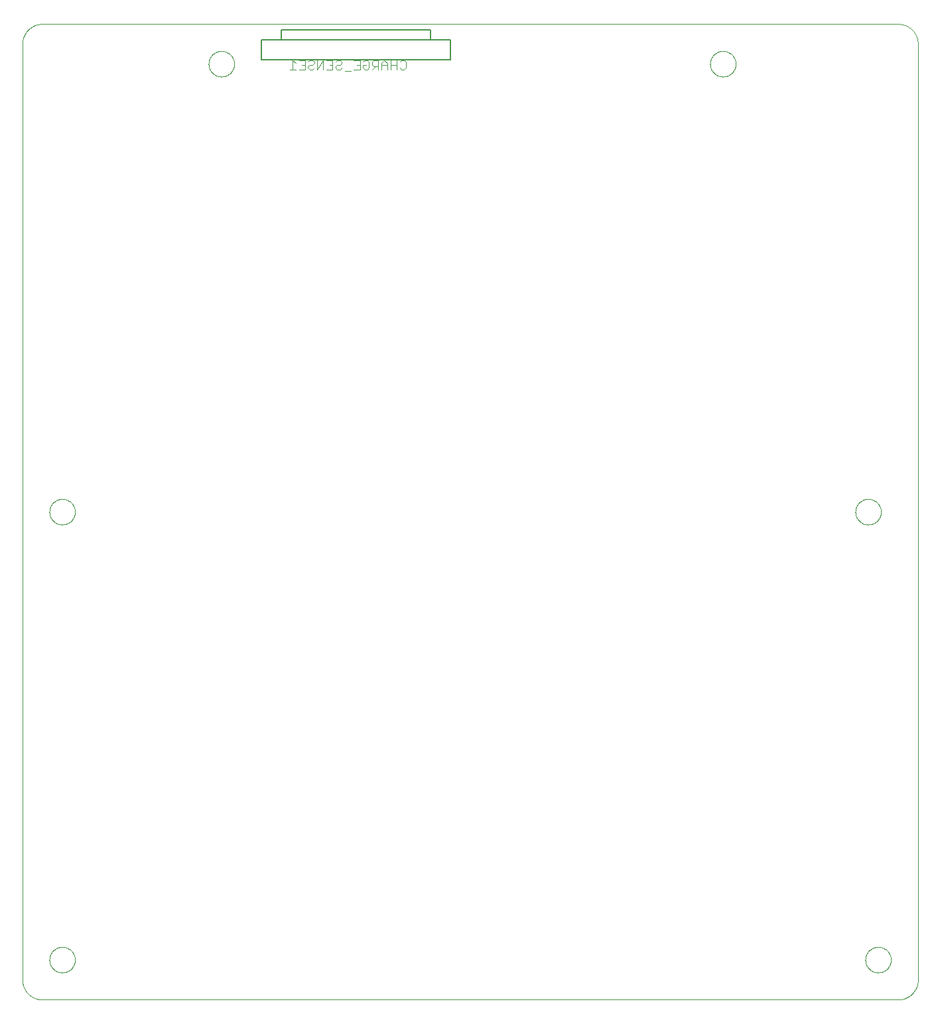
<source format=gbo>
G75*
%MOIN*%
%OFA0B0*%
%FSLAX25Y25*%
%IPPOS*%
%LPD*%
%AMOC8*
5,1,8,0,0,1.08239X$1,22.5*
%
%ADD10C,0.00000*%
%ADD11C,0.00500*%
%ADD12C,0.00400*%
D10*
X0021800Y0021800D02*
X0451800Y0021800D01*
X0452042Y0021803D01*
X0452283Y0021812D01*
X0452524Y0021826D01*
X0452765Y0021847D01*
X0453005Y0021873D01*
X0453245Y0021905D01*
X0453484Y0021943D01*
X0453721Y0021986D01*
X0453958Y0022036D01*
X0454193Y0022091D01*
X0454427Y0022151D01*
X0454659Y0022218D01*
X0454890Y0022289D01*
X0455119Y0022367D01*
X0455346Y0022450D01*
X0455571Y0022538D01*
X0455794Y0022632D01*
X0456014Y0022731D01*
X0456232Y0022836D01*
X0456447Y0022945D01*
X0456660Y0023060D01*
X0456870Y0023180D01*
X0457076Y0023305D01*
X0457280Y0023435D01*
X0457481Y0023570D01*
X0457678Y0023710D01*
X0457872Y0023854D01*
X0458062Y0024003D01*
X0458248Y0024157D01*
X0458431Y0024315D01*
X0458610Y0024477D01*
X0458785Y0024644D01*
X0458956Y0024815D01*
X0459123Y0024990D01*
X0459285Y0025169D01*
X0459443Y0025352D01*
X0459597Y0025538D01*
X0459746Y0025728D01*
X0459890Y0025922D01*
X0460030Y0026119D01*
X0460165Y0026320D01*
X0460295Y0026524D01*
X0460420Y0026730D01*
X0460540Y0026940D01*
X0460655Y0027153D01*
X0460764Y0027368D01*
X0460869Y0027586D01*
X0460968Y0027806D01*
X0461062Y0028029D01*
X0461150Y0028254D01*
X0461233Y0028481D01*
X0461311Y0028710D01*
X0461382Y0028941D01*
X0461449Y0029173D01*
X0461509Y0029407D01*
X0461564Y0029642D01*
X0461614Y0029879D01*
X0461657Y0030116D01*
X0461695Y0030355D01*
X0461727Y0030595D01*
X0461753Y0030835D01*
X0461774Y0031076D01*
X0461788Y0031317D01*
X0461797Y0031558D01*
X0461800Y0031800D01*
X0461800Y0501800D01*
X0461797Y0502042D01*
X0461788Y0502283D01*
X0461774Y0502524D01*
X0461753Y0502765D01*
X0461727Y0503005D01*
X0461695Y0503245D01*
X0461657Y0503484D01*
X0461614Y0503721D01*
X0461564Y0503958D01*
X0461509Y0504193D01*
X0461449Y0504427D01*
X0461382Y0504659D01*
X0461311Y0504890D01*
X0461233Y0505119D01*
X0461150Y0505346D01*
X0461062Y0505571D01*
X0460968Y0505794D01*
X0460869Y0506014D01*
X0460764Y0506232D01*
X0460655Y0506447D01*
X0460540Y0506660D01*
X0460420Y0506870D01*
X0460295Y0507076D01*
X0460165Y0507280D01*
X0460030Y0507481D01*
X0459890Y0507678D01*
X0459746Y0507872D01*
X0459597Y0508062D01*
X0459443Y0508248D01*
X0459285Y0508431D01*
X0459123Y0508610D01*
X0458956Y0508785D01*
X0458785Y0508956D01*
X0458610Y0509123D01*
X0458431Y0509285D01*
X0458248Y0509443D01*
X0458062Y0509597D01*
X0457872Y0509746D01*
X0457678Y0509890D01*
X0457481Y0510030D01*
X0457280Y0510165D01*
X0457076Y0510295D01*
X0456870Y0510420D01*
X0456660Y0510540D01*
X0456447Y0510655D01*
X0456232Y0510764D01*
X0456014Y0510869D01*
X0455794Y0510968D01*
X0455571Y0511062D01*
X0455346Y0511150D01*
X0455119Y0511233D01*
X0454890Y0511311D01*
X0454659Y0511382D01*
X0454427Y0511449D01*
X0454193Y0511509D01*
X0453958Y0511564D01*
X0453721Y0511614D01*
X0453484Y0511657D01*
X0453245Y0511695D01*
X0453005Y0511727D01*
X0452765Y0511753D01*
X0452524Y0511774D01*
X0452283Y0511788D01*
X0452042Y0511797D01*
X0451800Y0511800D01*
X0021800Y0511800D01*
X0021558Y0511797D01*
X0021317Y0511788D01*
X0021076Y0511774D01*
X0020835Y0511753D01*
X0020595Y0511727D01*
X0020355Y0511695D01*
X0020116Y0511657D01*
X0019879Y0511614D01*
X0019642Y0511564D01*
X0019407Y0511509D01*
X0019173Y0511449D01*
X0018941Y0511382D01*
X0018710Y0511311D01*
X0018481Y0511233D01*
X0018254Y0511150D01*
X0018029Y0511062D01*
X0017806Y0510968D01*
X0017586Y0510869D01*
X0017368Y0510764D01*
X0017153Y0510655D01*
X0016940Y0510540D01*
X0016730Y0510420D01*
X0016524Y0510295D01*
X0016320Y0510165D01*
X0016119Y0510030D01*
X0015922Y0509890D01*
X0015728Y0509746D01*
X0015538Y0509597D01*
X0015352Y0509443D01*
X0015169Y0509285D01*
X0014990Y0509123D01*
X0014815Y0508956D01*
X0014644Y0508785D01*
X0014477Y0508610D01*
X0014315Y0508431D01*
X0014157Y0508248D01*
X0014003Y0508062D01*
X0013854Y0507872D01*
X0013710Y0507678D01*
X0013570Y0507481D01*
X0013435Y0507280D01*
X0013305Y0507076D01*
X0013180Y0506870D01*
X0013060Y0506660D01*
X0012945Y0506447D01*
X0012836Y0506232D01*
X0012731Y0506014D01*
X0012632Y0505794D01*
X0012538Y0505571D01*
X0012450Y0505346D01*
X0012367Y0505119D01*
X0012289Y0504890D01*
X0012218Y0504659D01*
X0012151Y0504427D01*
X0012091Y0504193D01*
X0012036Y0503958D01*
X0011986Y0503721D01*
X0011943Y0503484D01*
X0011905Y0503245D01*
X0011873Y0503005D01*
X0011847Y0502765D01*
X0011826Y0502524D01*
X0011812Y0502283D01*
X0011803Y0502042D01*
X0011800Y0501800D01*
X0011800Y0031800D01*
X0011803Y0031558D01*
X0011812Y0031317D01*
X0011826Y0031076D01*
X0011847Y0030835D01*
X0011873Y0030595D01*
X0011905Y0030355D01*
X0011943Y0030116D01*
X0011986Y0029879D01*
X0012036Y0029642D01*
X0012091Y0029407D01*
X0012151Y0029173D01*
X0012218Y0028941D01*
X0012289Y0028710D01*
X0012367Y0028481D01*
X0012450Y0028254D01*
X0012538Y0028029D01*
X0012632Y0027806D01*
X0012731Y0027586D01*
X0012836Y0027368D01*
X0012945Y0027153D01*
X0013060Y0026940D01*
X0013180Y0026730D01*
X0013305Y0026524D01*
X0013435Y0026320D01*
X0013570Y0026119D01*
X0013710Y0025922D01*
X0013854Y0025728D01*
X0014003Y0025538D01*
X0014157Y0025352D01*
X0014315Y0025169D01*
X0014477Y0024990D01*
X0014644Y0024815D01*
X0014815Y0024644D01*
X0014990Y0024477D01*
X0015169Y0024315D01*
X0015352Y0024157D01*
X0015538Y0024003D01*
X0015728Y0023854D01*
X0015922Y0023710D01*
X0016119Y0023570D01*
X0016320Y0023435D01*
X0016524Y0023305D01*
X0016730Y0023180D01*
X0016940Y0023060D01*
X0017153Y0022945D01*
X0017368Y0022836D01*
X0017586Y0022731D01*
X0017806Y0022632D01*
X0018029Y0022538D01*
X0018254Y0022450D01*
X0018481Y0022367D01*
X0018710Y0022289D01*
X0018941Y0022218D01*
X0019173Y0022151D01*
X0019407Y0022091D01*
X0019642Y0022036D01*
X0019879Y0021986D01*
X0020116Y0021943D01*
X0020355Y0021905D01*
X0020595Y0021873D01*
X0020835Y0021847D01*
X0021076Y0021826D01*
X0021317Y0021812D01*
X0021558Y0021803D01*
X0021800Y0021800D01*
X0025375Y0041800D02*
X0025377Y0041960D01*
X0025383Y0042120D01*
X0025393Y0042280D01*
X0025407Y0042440D01*
X0025425Y0042599D01*
X0025447Y0042758D01*
X0025473Y0042916D01*
X0025502Y0043073D01*
X0025536Y0043230D01*
X0025574Y0043385D01*
X0025615Y0043540D01*
X0025660Y0043694D01*
X0025710Y0043846D01*
X0025762Y0043997D01*
X0025819Y0044147D01*
X0025880Y0044296D01*
X0025944Y0044443D01*
X0026011Y0044588D01*
X0026083Y0044731D01*
X0026157Y0044873D01*
X0026236Y0045013D01*
X0026318Y0045150D01*
X0026403Y0045286D01*
X0026491Y0045419D01*
X0026583Y0045551D01*
X0026678Y0045679D01*
X0026777Y0045806D01*
X0026878Y0045930D01*
X0026983Y0046051D01*
X0027090Y0046170D01*
X0027201Y0046286D01*
X0027314Y0046399D01*
X0027430Y0046510D01*
X0027549Y0046617D01*
X0027670Y0046722D01*
X0027794Y0046823D01*
X0027921Y0046922D01*
X0028049Y0047017D01*
X0028181Y0047109D01*
X0028314Y0047197D01*
X0028450Y0047282D01*
X0028588Y0047364D01*
X0028727Y0047443D01*
X0028869Y0047517D01*
X0029012Y0047589D01*
X0029157Y0047656D01*
X0029304Y0047720D01*
X0029453Y0047781D01*
X0029603Y0047838D01*
X0029754Y0047890D01*
X0029906Y0047940D01*
X0030060Y0047985D01*
X0030215Y0048026D01*
X0030370Y0048064D01*
X0030527Y0048098D01*
X0030684Y0048127D01*
X0030842Y0048153D01*
X0031001Y0048175D01*
X0031160Y0048193D01*
X0031320Y0048207D01*
X0031480Y0048217D01*
X0031640Y0048223D01*
X0031800Y0048225D01*
X0031960Y0048223D01*
X0032120Y0048217D01*
X0032280Y0048207D01*
X0032440Y0048193D01*
X0032599Y0048175D01*
X0032758Y0048153D01*
X0032916Y0048127D01*
X0033073Y0048098D01*
X0033230Y0048064D01*
X0033385Y0048026D01*
X0033540Y0047985D01*
X0033694Y0047940D01*
X0033846Y0047890D01*
X0033997Y0047838D01*
X0034147Y0047781D01*
X0034296Y0047720D01*
X0034443Y0047656D01*
X0034588Y0047589D01*
X0034731Y0047517D01*
X0034873Y0047443D01*
X0035013Y0047364D01*
X0035150Y0047282D01*
X0035286Y0047197D01*
X0035419Y0047109D01*
X0035551Y0047017D01*
X0035679Y0046922D01*
X0035806Y0046823D01*
X0035930Y0046722D01*
X0036051Y0046617D01*
X0036170Y0046510D01*
X0036286Y0046399D01*
X0036399Y0046286D01*
X0036510Y0046170D01*
X0036617Y0046051D01*
X0036722Y0045930D01*
X0036823Y0045806D01*
X0036922Y0045679D01*
X0037017Y0045551D01*
X0037109Y0045419D01*
X0037197Y0045286D01*
X0037282Y0045150D01*
X0037364Y0045012D01*
X0037443Y0044873D01*
X0037517Y0044731D01*
X0037589Y0044588D01*
X0037656Y0044443D01*
X0037720Y0044296D01*
X0037781Y0044147D01*
X0037838Y0043997D01*
X0037890Y0043846D01*
X0037940Y0043694D01*
X0037985Y0043540D01*
X0038026Y0043385D01*
X0038064Y0043230D01*
X0038098Y0043073D01*
X0038127Y0042916D01*
X0038153Y0042758D01*
X0038175Y0042599D01*
X0038193Y0042440D01*
X0038207Y0042280D01*
X0038217Y0042120D01*
X0038223Y0041960D01*
X0038225Y0041800D01*
X0038223Y0041640D01*
X0038217Y0041480D01*
X0038207Y0041320D01*
X0038193Y0041160D01*
X0038175Y0041001D01*
X0038153Y0040842D01*
X0038127Y0040684D01*
X0038098Y0040527D01*
X0038064Y0040370D01*
X0038026Y0040215D01*
X0037985Y0040060D01*
X0037940Y0039906D01*
X0037890Y0039754D01*
X0037838Y0039603D01*
X0037781Y0039453D01*
X0037720Y0039304D01*
X0037656Y0039157D01*
X0037589Y0039012D01*
X0037517Y0038869D01*
X0037443Y0038727D01*
X0037364Y0038587D01*
X0037282Y0038450D01*
X0037197Y0038314D01*
X0037109Y0038181D01*
X0037017Y0038049D01*
X0036922Y0037921D01*
X0036823Y0037794D01*
X0036722Y0037670D01*
X0036617Y0037549D01*
X0036510Y0037430D01*
X0036399Y0037314D01*
X0036286Y0037201D01*
X0036170Y0037090D01*
X0036051Y0036983D01*
X0035930Y0036878D01*
X0035806Y0036777D01*
X0035679Y0036678D01*
X0035551Y0036583D01*
X0035419Y0036491D01*
X0035286Y0036403D01*
X0035150Y0036318D01*
X0035012Y0036236D01*
X0034873Y0036157D01*
X0034731Y0036083D01*
X0034588Y0036011D01*
X0034443Y0035944D01*
X0034296Y0035880D01*
X0034147Y0035819D01*
X0033997Y0035762D01*
X0033846Y0035710D01*
X0033694Y0035660D01*
X0033540Y0035615D01*
X0033385Y0035574D01*
X0033230Y0035536D01*
X0033073Y0035502D01*
X0032916Y0035473D01*
X0032758Y0035447D01*
X0032599Y0035425D01*
X0032440Y0035407D01*
X0032280Y0035393D01*
X0032120Y0035383D01*
X0031960Y0035377D01*
X0031800Y0035375D01*
X0031640Y0035377D01*
X0031480Y0035383D01*
X0031320Y0035393D01*
X0031160Y0035407D01*
X0031001Y0035425D01*
X0030842Y0035447D01*
X0030684Y0035473D01*
X0030527Y0035502D01*
X0030370Y0035536D01*
X0030215Y0035574D01*
X0030060Y0035615D01*
X0029906Y0035660D01*
X0029754Y0035710D01*
X0029603Y0035762D01*
X0029453Y0035819D01*
X0029304Y0035880D01*
X0029157Y0035944D01*
X0029012Y0036011D01*
X0028869Y0036083D01*
X0028727Y0036157D01*
X0028587Y0036236D01*
X0028450Y0036318D01*
X0028314Y0036403D01*
X0028181Y0036491D01*
X0028049Y0036583D01*
X0027921Y0036678D01*
X0027794Y0036777D01*
X0027670Y0036878D01*
X0027549Y0036983D01*
X0027430Y0037090D01*
X0027314Y0037201D01*
X0027201Y0037314D01*
X0027090Y0037430D01*
X0026983Y0037549D01*
X0026878Y0037670D01*
X0026777Y0037794D01*
X0026678Y0037921D01*
X0026583Y0038049D01*
X0026491Y0038181D01*
X0026403Y0038314D01*
X0026318Y0038450D01*
X0026236Y0038588D01*
X0026157Y0038727D01*
X0026083Y0038869D01*
X0026011Y0039012D01*
X0025944Y0039157D01*
X0025880Y0039304D01*
X0025819Y0039453D01*
X0025762Y0039603D01*
X0025710Y0039754D01*
X0025660Y0039906D01*
X0025615Y0040060D01*
X0025574Y0040215D01*
X0025536Y0040370D01*
X0025502Y0040527D01*
X0025473Y0040684D01*
X0025447Y0040842D01*
X0025425Y0041001D01*
X0025407Y0041160D01*
X0025393Y0041320D01*
X0025383Y0041480D01*
X0025377Y0041640D01*
X0025375Y0041800D01*
X0025375Y0266800D02*
X0025377Y0266960D01*
X0025383Y0267120D01*
X0025393Y0267280D01*
X0025407Y0267440D01*
X0025425Y0267599D01*
X0025447Y0267758D01*
X0025473Y0267916D01*
X0025502Y0268073D01*
X0025536Y0268230D01*
X0025574Y0268385D01*
X0025615Y0268540D01*
X0025660Y0268694D01*
X0025710Y0268846D01*
X0025762Y0268997D01*
X0025819Y0269147D01*
X0025880Y0269296D01*
X0025944Y0269443D01*
X0026011Y0269588D01*
X0026083Y0269731D01*
X0026157Y0269873D01*
X0026236Y0270013D01*
X0026318Y0270150D01*
X0026403Y0270286D01*
X0026491Y0270419D01*
X0026583Y0270551D01*
X0026678Y0270679D01*
X0026777Y0270806D01*
X0026878Y0270930D01*
X0026983Y0271051D01*
X0027090Y0271170D01*
X0027201Y0271286D01*
X0027314Y0271399D01*
X0027430Y0271510D01*
X0027549Y0271617D01*
X0027670Y0271722D01*
X0027794Y0271823D01*
X0027921Y0271922D01*
X0028049Y0272017D01*
X0028181Y0272109D01*
X0028314Y0272197D01*
X0028450Y0272282D01*
X0028588Y0272364D01*
X0028727Y0272443D01*
X0028869Y0272517D01*
X0029012Y0272589D01*
X0029157Y0272656D01*
X0029304Y0272720D01*
X0029453Y0272781D01*
X0029603Y0272838D01*
X0029754Y0272890D01*
X0029906Y0272940D01*
X0030060Y0272985D01*
X0030215Y0273026D01*
X0030370Y0273064D01*
X0030527Y0273098D01*
X0030684Y0273127D01*
X0030842Y0273153D01*
X0031001Y0273175D01*
X0031160Y0273193D01*
X0031320Y0273207D01*
X0031480Y0273217D01*
X0031640Y0273223D01*
X0031800Y0273225D01*
X0031960Y0273223D01*
X0032120Y0273217D01*
X0032280Y0273207D01*
X0032440Y0273193D01*
X0032599Y0273175D01*
X0032758Y0273153D01*
X0032916Y0273127D01*
X0033073Y0273098D01*
X0033230Y0273064D01*
X0033385Y0273026D01*
X0033540Y0272985D01*
X0033694Y0272940D01*
X0033846Y0272890D01*
X0033997Y0272838D01*
X0034147Y0272781D01*
X0034296Y0272720D01*
X0034443Y0272656D01*
X0034588Y0272589D01*
X0034731Y0272517D01*
X0034873Y0272443D01*
X0035013Y0272364D01*
X0035150Y0272282D01*
X0035286Y0272197D01*
X0035419Y0272109D01*
X0035551Y0272017D01*
X0035679Y0271922D01*
X0035806Y0271823D01*
X0035930Y0271722D01*
X0036051Y0271617D01*
X0036170Y0271510D01*
X0036286Y0271399D01*
X0036399Y0271286D01*
X0036510Y0271170D01*
X0036617Y0271051D01*
X0036722Y0270930D01*
X0036823Y0270806D01*
X0036922Y0270679D01*
X0037017Y0270551D01*
X0037109Y0270419D01*
X0037197Y0270286D01*
X0037282Y0270150D01*
X0037364Y0270012D01*
X0037443Y0269873D01*
X0037517Y0269731D01*
X0037589Y0269588D01*
X0037656Y0269443D01*
X0037720Y0269296D01*
X0037781Y0269147D01*
X0037838Y0268997D01*
X0037890Y0268846D01*
X0037940Y0268694D01*
X0037985Y0268540D01*
X0038026Y0268385D01*
X0038064Y0268230D01*
X0038098Y0268073D01*
X0038127Y0267916D01*
X0038153Y0267758D01*
X0038175Y0267599D01*
X0038193Y0267440D01*
X0038207Y0267280D01*
X0038217Y0267120D01*
X0038223Y0266960D01*
X0038225Y0266800D01*
X0038223Y0266640D01*
X0038217Y0266480D01*
X0038207Y0266320D01*
X0038193Y0266160D01*
X0038175Y0266001D01*
X0038153Y0265842D01*
X0038127Y0265684D01*
X0038098Y0265527D01*
X0038064Y0265370D01*
X0038026Y0265215D01*
X0037985Y0265060D01*
X0037940Y0264906D01*
X0037890Y0264754D01*
X0037838Y0264603D01*
X0037781Y0264453D01*
X0037720Y0264304D01*
X0037656Y0264157D01*
X0037589Y0264012D01*
X0037517Y0263869D01*
X0037443Y0263727D01*
X0037364Y0263587D01*
X0037282Y0263450D01*
X0037197Y0263314D01*
X0037109Y0263181D01*
X0037017Y0263049D01*
X0036922Y0262921D01*
X0036823Y0262794D01*
X0036722Y0262670D01*
X0036617Y0262549D01*
X0036510Y0262430D01*
X0036399Y0262314D01*
X0036286Y0262201D01*
X0036170Y0262090D01*
X0036051Y0261983D01*
X0035930Y0261878D01*
X0035806Y0261777D01*
X0035679Y0261678D01*
X0035551Y0261583D01*
X0035419Y0261491D01*
X0035286Y0261403D01*
X0035150Y0261318D01*
X0035012Y0261236D01*
X0034873Y0261157D01*
X0034731Y0261083D01*
X0034588Y0261011D01*
X0034443Y0260944D01*
X0034296Y0260880D01*
X0034147Y0260819D01*
X0033997Y0260762D01*
X0033846Y0260710D01*
X0033694Y0260660D01*
X0033540Y0260615D01*
X0033385Y0260574D01*
X0033230Y0260536D01*
X0033073Y0260502D01*
X0032916Y0260473D01*
X0032758Y0260447D01*
X0032599Y0260425D01*
X0032440Y0260407D01*
X0032280Y0260393D01*
X0032120Y0260383D01*
X0031960Y0260377D01*
X0031800Y0260375D01*
X0031640Y0260377D01*
X0031480Y0260383D01*
X0031320Y0260393D01*
X0031160Y0260407D01*
X0031001Y0260425D01*
X0030842Y0260447D01*
X0030684Y0260473D01*
X0030527Y0260502D01*
X0030370Y0260536D01*
X0030215Y0260574D01*
X0030060Y0260615D01*
X0029906Y0260660D01*
X0029754Y0260710D01*
X0029603Y0260762D01*
X0029453Y0260819D01*
X0029304Y0260880D01*
X0029157Y0260944D01*
X0029012Y0261011D01*
X0028869Y0261083D01*
X0028727Y0261157D01*
X0028587Y0261236D01*
X0028450Y0261318D01*
X0028314Y0261403D01*
X0028181Y0261491D01*
X0028049Y0261583D01*
X0027921Y0261678D01*
X0027794Y0261777D01*
X0027670Y0261878D01*
X0027549Y0261983D01*
X0027430Y0262090D01*
X0027314Y0262201D01*
X0027201Y0262314D01*
X0027090Y0262430D01*
X0026983Y0262549D01*
X0026878Y0262670D01*
X0026777Y0262794D01*
X0026678Y0262921D01*
X0026583Y0263049D01*
X0026491Y0263181D01*
X0026403Y0263314D01*
X0026318Y0263450D01*
X0026236Y0263588D01*
X0026157Y0263727D01*
X0026083Y0263869D01*
X0026011Y0264012D01*
X0025944Y0264157D01*
X0025880Y0264304D01*
X0025819Y0264453D01*
X0025762Y0264603D01*
X0025710Y0264754D01*
X0025660Y0264906D01*
X0025615Y0265060D01*
X0025574Y0265215D01*
X0025536Y0265370D01*
X0025502Y0265527D01*
X0025473Y0265684D01*
X0025447Y0265842D01*
X0025425Y0266001D01*
X0025407Y0266160D01*
X0025393Y0266320D01*
X0025383Y0266480D01*
X0025377Y0266640D01*
X0025375Y0266800D01*
X0105375Y0491800D02*
X0105377Y0491960D01*
X0105383Y0492120D01*
X0105393Y0492280D01*
X0105407Y0492440D01*
X0105425Y0492599D01*
X0105447Y0492758D01*
X0105473Y0492916D01*
X0105502Y0493073D01*
X0105536Y0493230D01*
X0105574Y0493385D01*
X0105615Y0493540D01*
X0105660Y0493694D01*
X0105710Y0493846D01*
X0105762Y0493997D01*
X0105819Y0494147D01*
X0105880Y0494296D01*
X0105944Y0494443D01*
X0106011Y0494588D01*
X0106083Y0494731D01*
X0106157Y0494873D01*
X0106236Y0495013D01*
X0106318Y0495150D01*
X0106403Y0495286D01*
X0106491Y0495419D01*
X0106583Y0495551D01*
X0106678Y0495679D01*
X0106777Y0495806D01*
X0106878Y0495930D01*
X0106983Y0496051D01*
X0107090Y0496170D01*
X0107201Y0496286D01*
X0107314Y0496399D01*
X0107430Y0496510D01*
X0107549Y0496617D01*
X0107670Y0496722D01*
X0107794Y0496823D01*
X0107921Y0496922D01*
X0108049Y0497017D01*
X0108181Y0497109D01*
X0108314Y0497197D01*
X0108450Y0497282D01*
X0108588Y0497364D01*
X0108727Y0497443D01*
X0108869Y0497517D01*
X0109012Y0497589D01*
X0109157Y0497656D01*
X0109304Y0497720D01*
X0109453Y0497781D01*
X0109603Y0497838D01*
X0109754Y0497890D01*
X0109906Y0497940D01*
X0110060Y0497985D01*
X0110215Y0498026D01*
X0110370Y0498064D01*
X0110527Y0498098D01*
X0110684Y0498127D01*
X0110842Y0498153D01*
X0111001Y0498175D01*
X0111160Y0498193D01*
X0111320Y0498207D01*
X0111480Y0498217D01*
X0111640Y0498223D01*
X0111800Y0498225D01*
X0111960Y0498223D01*
X0112120Y0498217D01*
X0112280Y0498207D01*
X0112440Y0498193D01*
X0112599Y0498175D01*
X0112758Y0498153D01*
X0112916Y0498127D01*
X0113073Y0498098D01*
X0113230Y0498064D01*
X0113385Y0498026D01*
X0113540Y0497985D01*
X0113694Y0497940D01*
X0113846Y0497890D01*
X0113997Y0497838D01*
X0114147Y0497781D01*
X0114296Y0497720D01*
X0114443Y0497656D01*
X0114588Y0497589D01*
X0114731Y0497517D01*
X0114873Y0497443D01*
X0115013Y0497364D01*
X0115150Y0497282D01*
X0115286Y0497197D01*
X0115419Y0497109D01*
X0115551Y0497017D01*
X0115679Y0496922D01*
X0115806Y0496823D01*
X0115930Y0496722D01*
X0116051Y0496617D01*
X0116170Y0496510D01*
X0116286Y0496399D01*
X0116399Y0496286D01*
X0116510Y0496170D01*
X0116617Y0496051D01*
X0116722Y0495930D01*
X0116823Y0495806D01*
X0116922Y0495679D01*
X0117017Y0495551D01*
X0117109Y0495419D01*
X0117197Y0495286D01*
X0117282Y0495150D01*
X0117364Y0495012D01*
X0117443Y0494873D01*
X0117517Y0494731D01*
X0117589Y0494588D01*
X0117656Y0494443D01*
X0117720Y0494296D01*
X0117781Y0494147D01*
X0117838Y0493997D01*
X0117890Y0493846D01*
X0117940Y0493694D01*
X0117985Y0493540D01*
X0118026Y0493385D01*
X0118064Y0493230D01*
X0118098Y0493073D01*
X0118127Y0492916D01*
X0118153Y0492758D01*
X0118175Y0492599D01*
X0118193Y0492440D01*
X0118207Y0492280D01*
X0118217Y0492120D01*
X0118223Y0491960D01*
X0118225Y0491800D01*
X0118223Y0491640D01*
X0118217Y0491480D01*
X0118207Y0491320D01*
X0118193Y0491160D01*
X0118175Y0491001D01*
X0118153Y0490842D01*
X0118127Y0490684D01*
X0118098Y0490527D01*
X0118064Y0490370D01*
X0118026Y0490215D01*
X0117985Y0490060D01*
X0117940Y0489906D01*
X0117890Y0489754D01*
X0117838Y0489603D01*
X0117781Y0489453D01*
X0117720Y0489304D01*
X0117656Y0489157D01*
X0117589Y0489012D01*
X0117517Y0488869D01*
X0117443Y0488727D01*
X0117364Y0488587D01*
X0117282Y0488450D01*
X0117197Y0488314D01*
X0117109Y0488181D01*
X0117017Y0488049D01*
X0116922Y0487921D01*
X0116823Y0487794D01*
X0116722Y0487670D01*
X0116617Y0487549D01*
X0116510Y0487430D01*
X0116399Y0487314D01*
X0116286Y0487201D01*
X0116170Y0487090D01*
X0116051Y0486983D01*
X0115930Y0486878D01*
X0115806Y0486777D01*
X0115679Y0486678D01*
X0115551Y0486583D01*
X0115419Y0486491D01*
X0115286Y0486403D01*
X0115150Y0486318D01*
X0115012Y0486236D01*
X0114873Y0486157D01*
X0114731Y0486083D01*
X0114588Y0486011D01*
X0114443Y0485944D01*
X0114296Y0485880D01*
X0114147Y0485819D01*
X0113997Y0485762D01*
X0113846Y0485710D01*
X0113694Y0485660D01*
X0113540Y0485615D01*
X0113385Y0485574D01*
X0113230Y0485536D01*
X0113073Y0485502D01*
X0112916Y0485473D01*
X0112758Y0485447D01*
X0112599Y0485425D01*
X0112440Y0485407D01*
X0112280Y0485393D01*
X0112120Y0485383D01*
X0111960Y0485377D01*
X0111800Y0485375D01*
X0111640Y0485377D01*
X0111480Y0485383D01*
X0111320Y0485393D01*
X0111160Y0485407D01*
X0111001Y0485425D01*
X0110842Y0485447D01*
X0110684Y0485473D01*
X0110527Y0485502D01*
X0110370Y0485536D01*
X0110215Y0485574D01*
X0110060Y0485615D01*
X0109906Y0485660D01*
X0109754Y0485710D01*
X0109603Y0485762D01*
X0109453Y0485819D01*
X0109304Y0485880D01*
X0109157Y0485944D01*
X0109012Y0486011D01*
X0108869Y0486083D01*
X0108727Y0486157D01*
X0108587Y0486236D01*
X0108450Y0486318D01*
X0108314Y0486403D01*
X0108181Y0486491D01*
X0108049Y0486583D01*
X0107921Y0486678D01*
X0107794Y0486777D01*
X0107670Y0486878D01*
X0107549Y0486983D01*
X0107430Y0487090D01*
X0107314Y0487201D01*
X0107201Y0487314D01*
X0107090Y0487430D01*
X0106983Y0487549D01*
X0106878Y0487670D01*
X0106777Y0487794D01*
X0106678Y0487921D01*
X0106583Y0488049D01*
X0106491Y0488181D01*
X0106403Y0488314D01*
X0106318Y0488450D01*
X0106236Y0488588D01*
X0106157Y0488727D01*
X0106083Y0488869D01*
X0106011Y0489012D01*
X0105944Y0489157D01*
X0105880Y0489304D01*
X0105819Y0489453D01*
X0105762Y0489603D01*
X0105710Y0489754D01*
X0105660Y0489906D01*
X0105615Y0490060D01*
X0105574Y0490215D01*
X0105536Y0490370D01*
X0105502Y0490527D01*
X0105473Y0490684D01*
X0105447Y0490842D01*
X0105425Y0491001D01*
X0105407Y0491160D01*
X0105393Y0491320D01*
X0105383Y0491480D01*
X0105377Y0491640D01*
X0105375Y0491800D01*
X0357375Y0491800D02*
X0357377Y0491960D01*
X0357383Y0492120D01*
X0357393Y0492280D01*
X0357407Y0492440D01*
X0357425Y0492599D01*
X0357447Y0492758D01*
X0357473Y0492916D01*
X0357502Y0493073D01*
X0357536Y0493230D01*
X0357574Y0493385D01*
X0357615Y0493540D01*
X0357660Y0493694D01*
X0357710Y0493846D01*
X0357762Y0493997D01*
X0357819Y0494147D01*
X0357880Y0494296D01*
X0357944Y0494443D01*
X0358011Y0494588D01*
X0358083Y0494731D01*
X0358157Y0494873D01*
X0358236Y0495013D01*
X0358318Y0495150D01*
X0358403Y0495286D01*
X0358491Y0495419D01*
X0358583Y0495551D01*
X0358678Y0495679D01*
X0358777Y0495806D01*
X0358878Y0495930D01*
X0358983Y0496051D01*
X0359090Y0496170D01*
X0359201Y0496286D01*
X0359314Y0496399D01*
X0359430Y0496510D01*
X0359549Y0496617D01*
X0359670Y0496722D01*
X0359794Y0496823D01*
X0359921Y0496922D01*
X0360049Y0497017D01*
X0360181Y0497109D01*
X0360314Y0497197D01*
X0360450Y0497282D01*
X0360588Y0497364D01*
X0360727Y0497443D01*
X0360869Y0497517D01*
X0361012Y0497589D01*
X0361157Y0497656D01*
X0361304Y0497720D01*
X0361453Y0497781D01*
X0361603Y0497838D01*
X0361754Y0497890D01*
X0361906Y0497940D01*
X0362060Y0497985D01*
X0362215Y0498026D01*
X0362370Y0498064D01*
X0362527Y0498098D01*
X0362684Y0498127D01*
X0362842Y0498153D01*
X0363001Y0498175D01*
X0363160Y0498193D01*
X0363320Y0498207D01*
X0363480Y0498217D01*
X0363640Y0498223D01*
X0363800Y0498225D01*
X0363960Y0498223D01*
X0364120Y0498217D01*
X0364280Y0498207D01*
X0364440Y0498193D01*
X0364599Y0498175D01*
X0364758Y0498153D01*
X0364916Y0498127D01*
X0365073Y0498098D01*
X0365230Y0498064D01*
X0365385Y0498026D01*
X0365540Y0497985D01*
X0365694Y0497940D01*
X0365846Y0497890D01*
X0365997Y0497838D01*
X0366147Y0497781D01*
X0366296Y0497720D01*
X0366443Y0497656D01*
X0366588Y0497589D01*
X0366731Y0497517D01*
X0366873Y0497443D01*
X0367013Y0497364D01*
X0367150Y0497282D01*
X0367286Y0497197D01*
X0367419Y0497109D01*
X0367551Y0497017D01*
X0367679Y0496922D01*
X0367806Y0496823D01*
X0367930Y0496722D01*
X0368051Y0496617D01*
X0368170Y0496510D01*
X0368286Y0496399D01*
X0368399Y0496286D01*
X0368510Y0496170D01*
X0368617Y0496051D01*
X0368722Y0495930D01*
X0368823Y0495806D01*
X0368922Y0495679D01*
X0369017Y0495551D01*
X0369109Y0495419D01*
X0369197Y0495286D01*
X0369282Y0495150D01*
X0369364Y0495012D01*
X0369443Y0494873D01*
X0369517Y0494731D01*
X0369589Y0494588D01*
X0369656Y0494443D01*
X0369720Y0494296D01*
X0369781Y0494147D01*
X0369838Y0493997D01*
X0369890Y0493846D01*
X0369940Y0493694D01*
X0369985Y0493540D01*
X0370026Y0493385D01*
X0370064Y0493230D01*
X0370098Y0493073D01*
X0370127Y0492916D01*
X0370153Y0492758D01*
X0370175Y0492599D01*
X0370193Y0492440D01*
X0370207Y0492280D01*
X0370217Y0492120D01*
X0370223Y0491960D01*
X0370225Y0491800D01*
X0370223Y0491640D01*
X0370217Y0491480D01*
X0370207Y0491320D01*
X0370193Y0491160D01*
X0370175Y0491001D01*
X0370153Y0490842D01*
X0370127Y0490684D01*
X0370098Y0490527D01*
X0370064Y0490370D01*
X0370026Y0490215D01*
X0369985Y0490060D01*
X0369940Y0489906D01*
X0369890Y0489754D01*
X0369838Y0489603D01*
X0369781Y0489453D01*
X0369720Y0489304D01*
X0369656Y0489157D01*
X0369589Y0489012D01*
X0369517Y0488869D01*
X0369443Y0488727D01*
X0369364Y0488587D01*
X0369282Y0488450D01*
X0369197Y0488314D01*
X0369109Y0488181D01*
X0369017Y0488049D01*
X0368922Y0487921D01*
X0368823Y0487794D01*
X0368722Y0487670D01*
X0368617Y0487549D01*
X0368510Y0487430D01*
X0368399Y0487314D01*
X0368286Y0487201D01*
X0368170Y0487090D01*
X0368051Y0486983D01*
X0367930Y0486878D01*
X0367806Y0486777D01*
X0367679Y0486678D01*
X0367551Y0486583D01*
X0367419Y0486491D01*
X0367286Y0486403D01*
X0367150Y0486318D01*
X0367012Y0486236D01*
X0366873Y0486157D01*
X0366731Y0486083D01*
X0366588Y0486011D01*
X0366443Y0485944D01*
X0366296Y0485880D01*
X0366147Y0485819D01*
X0365997Y0485762D01*
X0365846Y0485710D01*
X0365694Y0485660D01*
X0365540Y0485615D01*
X0365385Y0485574D01*
X0365230Y0485536D01*
X0365073Y0485502D01*
X0364916Y0485473D01*
X0364758Y0485447D01*
X0364599Y0485425D01*
X0364440Y0485407D01*
X0364280Y0485393D01*
X0364120Y0485383D01*
X0363960Y0485377D01*
X0363800Y0485375D01*
X0363640Y0485377D01*
X0363480Y0485383D01*
X0363320Y0485393D01*
X0363160Y0485407D01*
X0363001Y0485425D01*
X0362842Y0485447D01*
X0362684Y0485473D01*
X0362527Y0485502D01*
X0362370Y0485536D01*
X0362215Y0485574D01*
X0362060Y0485615D01*
X0361906Y0485660D01*
X0361754Y0485710D01*
X0361603Y0485762D01*
X0361453Y0485819D01*
X0361304Y0485880D01*
X0361157Y0485944D01*
X0361012Y0486011D01*
X0360869Y0486083D01*
X0360727Y0486157D01*
X0360587Y0486236D01*
X0360450Y0486318D01*
X0360314Y0486403D01*
X0360181Y0486491D01*
X0360049Y0486583D01*
X0359921Y0486678D01*
X0359794Y0486777D01*
X0359670Y0486878D01*
X0359549Y0486983D01*
X0359430Y0487090D01*
X0359314Y0487201D01*
X0359201Y0487314D01*
X0359090Y0487430D01*
X0358983Y0487549D01*
X0358878Y0487670D01*
X0358777Y0487794D01*
X0358678Y0487921D01*
X0358583Y0488049D01*
X0358491Y0488181D01*
X0358403Y0488314D01*
X0358318Y0488450D01*
X0358236Y0488588D01*
X0358157Y0488727D01*
X0358083Y0488869D01*
X0358011Y0489012D01*
X0357944Y0489157D01*
X0357880Y0489304D01*
X0357819Y0489453D01*
X0357762Y0489603D01*
X0357710Y0489754D01*
X0357660Y0489906D01*
X0357615Y0490060D01*
X0357574Y0490215D01*
X0357536Y0490370D01*
X0357502Y0490527D01*
X0357473Y0490684D01*
X0357447Y0490842D01*
X0357425Y0491001D01*
X0357407Y0491160D01*
X0357393Y0491320D01*
X0357383Y0491480D01*
X0357377Y0491640D01*
X0357375Y0491800D01*
X0430375Y0266800D02*
X0430377Y0266960D01*
X0430383Y0267120D01*
X0430393Y0267280D01*
X0430407Y0267440D01*
X0430425Y0267599D01*
X0430447Y0267758D01*
X0430473Y0267916D01*
X0430502Y0268073D01*
X0430536Y0268230D01*
X0430574Y0268385D01*
X0430615Y0268540D01*
X0430660Y0268694D01*
X0430710Y0268846D01*
X0430762Y0268997D01*
X0430819Y0269147D01*
X0430880Y0269296D01*
X0430944Y0269443D01*
X0431011Y0269588D01*
X0431083Y0269731D01*
X0431157Y0269873D01*
X0431236Y0270013D01*
X0431318Y0270150D01*
X0431403Y0270286D01*
X0431491Y0270419D01*
X0431583Y0270551D01*
X0431678Y0270679D01*
X0431777Y0270806D01*
X0431878Y0270930D01*
X0431983Y0271051D01*
X0432090Y0271170D01*
X0432201Y0271286D01*
X0432314Y0271399D01*
X0432430Y0271510D01*
X0432549Y0271617D01*
X0432670Y0271722D01*
X0432794Y0271823D01*
X0432921Y0271922D01*
X0433049Y0272017D01*
X0433181Y0272109D01*
X0433314Y0272197D01*
X0433450Y0272282D01*
X0433588Y0272364D01*
X0433727Y0272443D01*
X0433869Y0272517D01*
X0434012Y0272589D01*
X0434157Y0272656D01*
X0434304Y0272720D01*
X0434453Y0272781D01*
X0434603Y0272838D01*
X0434754Y0272890D01*
X0434906Y0272940D01*
X0435060Y0272985D01*
X0435215Y0273026D01*
X0435370Y0273064D01*
X0435527Y0273098D01*
X0435684Y0273127D01*
X0435842Y0273153D01*
X0436001Y0273175D01*
X0436160Y0273193D01*
X0436320Y0273207D01*
X0436480Y0273217D01*
X0436640Y0273223D01*
X0436800Y0273225D01*
X0436960Y0273223D01*
X0437120Y0273217D01*
X0437280Y0273207D01*
X0437440Y0273193D01*
X0437599Y0273175D01*
X0437758Y0273153D01*
X0437916Y0273127D01*
X0438073Y0273098D01*
X0438230Y0273064D01*
X0438385Y0273026D01*
X0438540Y0272985D01*
X0438694Y0272940D01*
X0438846Y0272890D01*
X0438997Y0272838D01*
X0439147Y0272781D01*
X0439296Y0272720D01*
X0439443Y0272656D01*
X0439588Y0272589D01*
X0439731Y0272517D01*
X0439873Y0272443D01*
X0440013Y0272364D01*
X0440150Y0272282D01*
X0440286Y0272197D01*
X0440419Y0272109D01*
X0440551Y0272017D01*
X0440679Y0271922D01*
X0440806Y0271823D01*
X0440930Y0271722D01*
X0441051Y0271617D01*
X0441170Y0271510D01*
X0441286Y0271399D01*
X0441399Y0271286D01*
X0441510Y0271170D01*
X0441617Y0271051D01*
X0441722Y0270930D01*
X0441823Y0270806D01*
X0441922Y0270679D01*
X0442017Y0270551D01*
X0442109Y0270419D01*
X0442197Y0270286D01*
X0442282Y0270150D01*
X0442364Y0270012D01*
X0442443Y0269873D01*
X0442517Y0269731D01*
X0442589Y0269588D01*
X0442656Y0269443D01*
X0442720Y0269296D01*
X0442781Y0269147D01*
X0442838Y0268997D01*
X0442890Y0268846D01*
X0442940Y0268694D01*
X0442985Y0268540D01*
X0443026Y0268385D01*
X0443064Y0268230D01*
X0443098Y0268073D01*
X0443127Y0267916D01*
X0443153Y0267758D01*
X0443175Y0267599D01*
X0443193Y0267440D01*
X0443207Y0267280D01*
X0443217Y0267120D01*
X0443223Y0266960D01*
X0443225Y0266800D01*
X0443223Y0266640D01*
X0443217Y0266480D01*
X0443207Y0266320D01*
X0443193Y0266160D01*
X0443175Y0266001D01*
X0443153Y0265842D01*
X0443127Y0265684D01*
X0443098Y0265527D01*
X0443064Y0265370D01*
X0443026Y0265215D01*
X0442985Y0265060D01*
X0442940Y0264906D01*
X0442890Y0264754D01*
X0442838Y0264603D01*
X0442781Y0264453D01*
X0442720Y0264304D01*
X0442656Y0264157D01*
X0442589Y0264012D01*
X0442517Y0263869D01*
X0442443Y0263727D01*
X0442364Y0263587D01*
X0442282Y0263450D01*
X0442197Y0263314D01*
X0442109Y0263181D01*
X0442017Y0263049D01*
X0441922Y0262921D01*
X0441823Y0262794D01*
X0441722Y0262670D01*
X0441617Y0262549D01*
X0441510Y0262430D01*
X0441399Y0262314D01*
X0441286Y0262201D01*
X0441170Y0262090D01*
X0441051Y0261983D01*
X0440930Y0261878D01*
X0440806Y0261777D01*
X0440679Y0261678D01*
X0440551Y0261583D01*
X0440419Y0261491D01*
X0440286Y0261403D01*
X0440150Y0261318D01*
X0440012Y0261236D01*
X0439873Y0261157D01*
X0439731Y0261083D01*
X0439588Y0261011D01*
X0439443Y0260944D01*
X0439296Y0260880D01*
X0439147Y0260819D01*
X0438997Y0260762D01*
X0438846Y0260710D01*
X0438694Y0260660D01*
X0438540Y0260615D01*
X0438385Y0260574D01*
X0438230Y0260536D01*
X0438073Y0260502D01*
X0437916Y0260473D01*
X0437758Y0260447D01*
X0437599Y0260425D01*
X0437440Y0260407D01*
X0437280Y0260393D01*
X0437120Y0260383D01*
X0436960Y0260377D01*
X0436800Y0260375D01*
X0436640Y0260377D01*
X0436480Y0260383D01*
X0436320Y0260393D01*
X0436160Y0260407D01*
X0436001Y0260425D01*
X0435842Y0260447D01*
X0435684Y0260473D01*
X0435527Y0260502D01*
X0435370Y0260536D01*
X0435215Y0260574D01*
X0435060Y0260615D01*
X0434906Y0260660D01*
X0434754Y0260710D01*
X0434603Y0260762D01*
X0434453Y0260819D01*
X0434304Y0260880D01*
X0434157Y0260944D01*
X0434012Y0261011D01*
X0433869Y0261083D01*
X0433727Y0261157D01*
X0433587Y0261236D01*
X0433450Y0261318D01*
X0433314Y0261403D01*
X0433181Y0261491D01*
X0433049Y0261583D01*
X0432921Y0261678D01*
X0432794Y0261777D01*
X0432670Y0261878D01*
X0432549Y0261983D01*
X0432430Y0262090D01*
X0432314Y0262201D01*
X0432201Y0262314D01*
X0432090Y0262430D01*
X0431983Y0262549D01*
X0431878Y0262670D01*
X0431777Y0262794D01*
X0431678Y0262921D01*
X0431583Y0263049D01*
X0431491Y0263181D01*
X0431403Y0263314D01*
X0431318Y0263450D01*
X0431236Y0263588D01*
X0431157Y0263727D01*
X0431083Y0263869D01*
X0431011Y0264012D01*
X0430944Y0264157D01*
X0430880Y0264304D01*
X0430819Y0264453D01*
X0430762Y0264603D01*
X0430710Y0264754D01*
X0430660Y0264906D01*
X0430615Y0265060D01*
X0430574Y0265215D01*
X0430536Y0265370D01*
X0430502Y0265527D01*
X0430473Y0265684D01*
X0430447Y0265842D01*
X0430425Y0266001D01*
X0430407Y0266160D01*
X0430393Y0266320D01*
X0430383Y0266480D01*
X0430377Y0266640D01*
X0430375Y0266800D01*
X0435375Y0041800D02*
X0435377Y0041960D01*
X0435383Y0042120D01*
X0435393Y0042280D01*
X0435407Y0042440D01*
X0435425Y0042599D01*
X0435447Y0042758D01*
X0435473Y0042916D01*
X0435502Y0043073D01*
X0435536Y0043230D01*
X0435574Y0043385D01*
X0435615Y0043540D01*
X0435660Y0043694D01*
X0435710Y0043846D01*
X0435762Y0043997D01*
X0435819Y0044147D01*
X0435880Y0044296D01*
X0435944Y0044443D01*
X0436011Y0044588D01*
X0436083Y0044731D01*
X0436157Y0044873D01*
X0436236Y0045013D01*
X0436318Y0045150D01*
X0436403Y0045286D01*
X0436491Y0045419D01*
X0436583Y0045551D01*
X0436678Y0045679D01*
X0436777Y0045806D01*
X0436878Y0045930D01*
X0436983Y0046051D01*
X0437090Y0046170D01*
X0437201Y0046286D01*
X0437314Y0046399D01*
X0437430Y0046510D01*
X0437549Y0046617D01*
X0437670Y0046722D01*
X0437794Y0046823D01*
X0437921Y0046922D01*
X0438049Y0047017D01*
X0438181Y0047109D01*
X0438314Y0047197D01*
X0438450Y0047282D01*
X0438588Y0047364D01*
X0438727Y0047443D01*
X0438869Y0047517D01*
X0439012Y0047589D01*
X0439157Y0047656D01*
X0439304Y0047720D01*
X0439453Y0047781D01*
X0439603Y0047838D01*
X0439754Y0047890D01*
X0439906Y0047940D01*
X0440060Y0047985D01*
X0440215Y0048026D01*
X0440370Y0048064D01*
X0440527Y0048098D01*
X0440684Y0048127D01*
X0440842Y0048153D01*
X0441001Y0048175D01*
X0441160Y0048193D01*
X0441320Y0048207D01*
X0441480Y0048217D01*
X0441640Y0048223D01*
X0441800Y0048225D01*
X0441960Y0048223D01*
X0442120Y0048217D01*
X0442280Y0048207D01*
X0442440Y0048193D01*
X0442599Y0048175D01*
X0442758Y0048153D01*
X0442916Y0048127D01*
X0443073Y0048098D01*
X0443230Y0048064D01*
X0443385Y0048026D01*
X0443540Y0047985D01*
X0443694Y0047940D01*
X0443846Y0047890D01*
X0443997Y0047838D01*
X0444147Y0047781D01*
X0444296Y0047720D01*
X0444443Y0047656D01*
X0444588Y0047589D01*
X0444731Y0047517D01*
X0444873Y0047443D01*
X0445013Y0047364D01*
X0445150Y0047282D01*
X0445286Y0047197D01*
X0445419Y0047109D01*
X0445551Y0047017D01*
X0445679Y0046922D01*
X0445806Y0046823D01*
X0445930Y0046722D01*
X0446051Y0046617D01*
X0446170Y0046510D01*
X0446286Y0046399D01*
X0446399Y0046286D01*
X0446510Y0046170D01*
X0446617Y0046051D01*
X0446722Y0045930D01*
X0446823Y0045806D01*
X0446922Y0045679D01*
X0447017Y0045551D01*
X0447109Y0045419D01*
X0447197Y0045286D01*
X0447282Y0045150D01*
X0447364Y0045012D01*
X0447443Y0044873D01*
X0447517Y0044731D01*
X0447589Y0044588D01*
X0447656Y0044443D01*
X0447720Y0044296D01*
X0447781Y0044147D01*
X0447838Y0043997D01*
X0447890Y0043846D01*
X0447940Y0043694D01*
X0447985Y0043540D01*
X0448026Y0043385D01*
X0448064Y0043230D01*
X0448098Y0043073D01*
X0448127Y0042916D01*
X0448153Y0042758D01*
X0448175Y0042599D01*
X0448193Y0042440D01*
X0448207Y0042280D01*
X0448217Y0042120D01*
X0448223Y0041960D01*
X0448225Y0041800D01*
X0448223Y0041640D01*
X0448217Y0041480D01*
X0448207Y0041320D01*
X0448193Y0041160D01*
X0448175Y0041001D01*
X0448153Y0040842D01*
X0448127Y0040684D01*
X0448098Y0040527D01*
X0448064Y0040370D01*
X0448026Y0040215D01*
X0447985Y0040060D01*
X0447940Y0039906D01*
X0447890Y0039754D01*
X0447838Y0039603D01*
X0447781Y0039453D01*
X0447720Y0039304D01*
X0447656Y0039157D01*
X0447589Y0039012D01*
X0447517Y0038869D01*
X0447443Y0038727D01*
X0447364Y0038587D01*
X0447282Y0038450D01*
X0447197Y0038314D01*
X0447109Y0038181D01*
X0447017Y0038049D01*
X0446922Y0037921D01*
X0446823Y0037794D01*
X0446722Y0037670D01*
X0446617Y0037549D01*
X0446510Y0037430D01*
X0446399Y0037314D01*
X0446286Y0037201D01*
X0446170Y0037090D01*
X0446051Y0036983D01*
X0445930Y0036878D01*
X0445806Y0036777D01*
X0445679Y0036678D01*
X0445551Y0036583D01*
X0445419Y0036491D01*
X0445286Y0036403D01*
X0445150Y0036318D01*
X0445012Y0036236D01*
X0444873Y0036157D01*
X0444731Y0036083D01*
X0444588Y0036011D01*
X0444443Y0035944D01*
X0444296Y0035880D01*
X0444147Y0035819D01*
X0443997Y0035762D01*
X0443846Y0035710D01*
X0443694Y0035660D01*
X0443540Y0035615D01*
X0443385Y0035574D01*
X0443230Y0035536D01*
X0443073Y0035502D01*
X0442916Y0035473D01*
X0442758Y0035447D01*
X0442599Y0035425D01*
X0442440Y0035407D01*
X0442280Y0035393D01*
X0442120Y0035383D01*
X0441960Y0035377D01*
X0441800Y0035375D01*
X0441640Y0035377D01*
X0441480Y0035383D01*
X0441320Y0035393D01*
X0441160Y0035407D01*
X0441001Y0035425D01*
X0440842Y0035447D01*
X0440684Y0035473D01*
X0440527Y0035502D01*
X0440370Y0035536D01*
X0440215Y0035574D01*
X0440060Y0035615D01*
X0439906Y0035660D01*
X0439754Y0035710D01*
X0439603Y0035762D01*
X0439453Y0035819D01*
X0439304Y0035880D01*
X0439157Y0035944D01*
X0439012Y0036011D01*
X0438869Y0036083D01*
X0438727Y0036157D01*
X0438587Y0036236D01*
X0438450Y0036318D01*
X0438314Y0036403D01*
X0438181Y0036491D01*
X0438049Y0036583D01*
X0437921Y0036678D01*
X0437794Y0036777D01*
X0437670Y0036878D01*
X0437549Y0036983D01*
X0437430Y0037090D01*
X0437314Y0037201D01*
X0437201Y0037314D01*
X0437090Y0037430D01*
X0436983Y0037549D01*
X0436878Y0037670D01*
X0436777Y0037794D01*
X0436678Y0037921D01*
X0436583Y0038049D01*
X0436491Y0038181D01*
X0436403Y0038314D01*
X0436318Y0038450D01*
X0436236Y0038588D01*
X0436157Y0038727D01*
X0436083Y0038869D01*
X0436011Y0039012D01*
X0435944Y0039157D01*
X0435880Y0039304D01*
X0435819Y0039453D01*
X0435762Y0039603D01*
X0435710Y0039754D01*
X0435660Y0039906D01*
X0435615Y0040060D01*
X0435574Y0040215D01*
X0435536Y0040370D01*
X0435502Y0040527D01*
X0435473Y0040684D01*
X0435447Y0040842D01*
X0435425Y0041001D01*
X0435407Y0041160D01*
X0435393Y0041320D01*
X0435383Y0041480D01*
X0435377Y0041640D01*
X0435375Y0041800D01*
D11*
X0226800Y0493800D02*
X0131800Y0493800D01*
X0131800Y0503800D01*
X0141800Y0503800D01*
X0141800Y0508800D01*
X0216800Y0508800D01*
X0216800Y0503800D01*
X0141800Y0503800D01*
X0216800Y0503800D02*
X0226800Y0503800D01*
X0226800Y0493800D01*
D12*
X0204451Y0492837D02*
X0204451Y0489767D01*
X0203684Y0489000D01*
X0202149Y0489000D01*
X0201382Y0489767D01*
X0199847Y0489000D02*
X0199847Y0493604D01*
X0201382Y0492837D02*
X0202149Y0493604D01*
X0203684Y0493604D01*
X0204451Y0492837D01*
X0199847Y0491302D02*
X0196778Y0491302D01*
X0195243Y0491302D02*
X0192174Y0491302D01*
X0192174Y0492069D02*
X0192174Y0489000D01*
X0190639Y0489000D02*
X0190639Y0493604D01*
X0188337Y0493604D01*
X0187570Y0492837D01*
X0187570Y0491302D01*
X0188337Y0490535D01*
X0190639Y0490535D01*
X0189105Y0490535D02*
X0187570Y0489000D01*
X0186035Y0489767D02*
X0185268Y0489000D01*
X0183733Y0489000D01*
X0182966Y0489767D01*
X0182966Y0491302D01*
X0184501Y0491302D01*
X0186035Y0492837D02*
X0186035Y0489767D01*
X0186035Y0492837D02*
X0185268Y0493604D01*
X0183733Y0493604D01*
X0182966Y0492837D01*
X0181432Y0493604D02*
X0181432Y0489000D01*
X0178362Y0489000D01*
X0176828Y0488233D02*
X0173758Y0488233D01*
X0172224Y0489767D02*
X0171456Y0489000D01*
X0169922Y0489000D01*
X0169154Y0489767D01*
X0169154Y0490535D01*
X0169922Y0491302D01*
X0171456Y0491302D01*
X0172224Y0492069D01*
X0172224Y0492837D01*
X0171456Y0493604D01*
X0169922Y0493604D01*
X0169154Y0492837D01*
X0167620Y0493604D02*
X0167620Y0489000D01*
X0164550Y0489000D01*
X0163016Y0489000D02*
X0163016Y0493604D01*
X0159947Y0489000D01*
X0159947Y0493604D01*
X0158412Y0492837D02*
X0158412Y0492069D01*
X0157645Y0491302D01*
X0156110Y0491302D01*
X0155343Y0490535D01*
X0155343Y0489767D01*
X0156110Y0489000D01*
X0157645Y0489000D01*
X0158412Y0489767D01*
X0158412Y0492837D02*
X0157645Y0493604D01*
X0156110Y0493604D01*
X0155343Y0492837D01*
X0153808Y0493604D02*
X0153808Y0489000D01*
X0150739Y0489000D01*
X0149204Y0489000D02*
X0146135Y0489000D01*
X0147669Y0489000D02*
X0147669Y0493604D01*
X0149204Y0492069D01*
X0150739Y0493604D02*
X0153808Y0493604D01*
X0153808Y0491302D02*
X0152273Y0491302D01*
X0164550Y0493604D02*
X0167620Y0493604D01*
X0167620Y0491302D02*
X0166085Y0491302D01*
X0178362Y0493604D02*
X0181432Y0493604D01*
X0181432Y0491302D02*
X0179897Y0491302D01*
X0192174Y0492069D02*
X0193709Y0493604D01*
X0195243Y0492069D01*
X0195243Y0489000D01*
X0196778Y0489000D02*
X0196778Y0493604D01*
M02*

</source>
